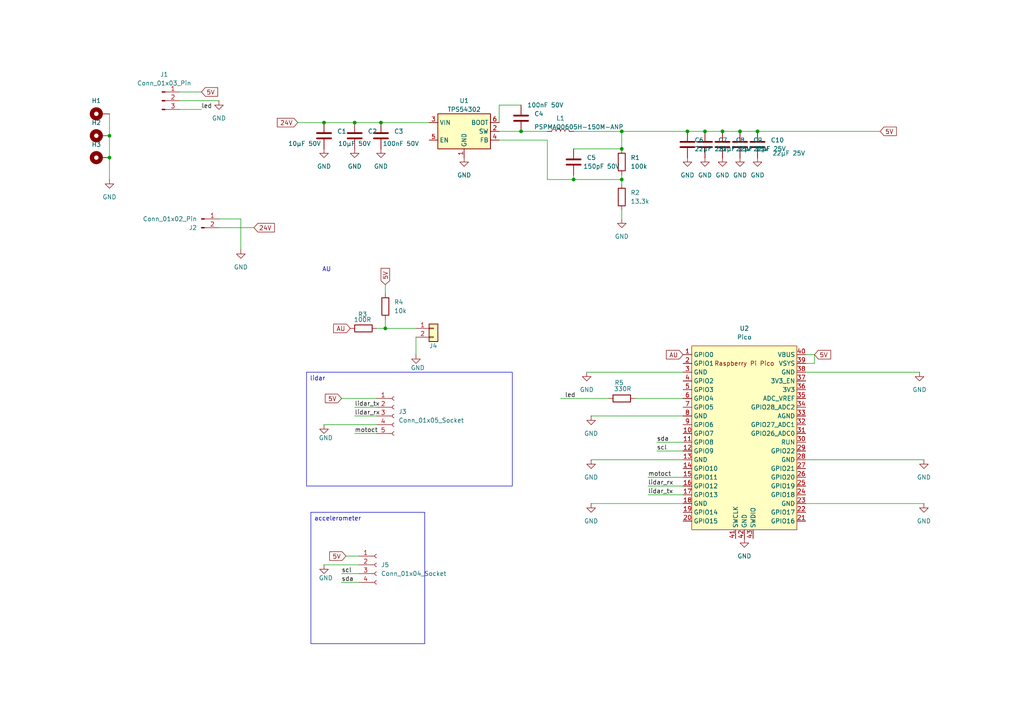
<source format=kicad_sch>
(kicad_sch (version 20231120) (generator "eeschema") (generator_version "8.0")
  (paper "A4")
  (lib_symbols
    (symbol "Connector:Conn_01x02_Pin" (pin_names (offset 1.016) hide)
      (property "Reference" "J" (at 0 2.54 0))
      (property "Value" "Conn_01x02_Pin" (at 0 -5.08 0))
      (symbol "Conn_01x02_Pin_1_1"
        (polyline (pts (xy 1.27 -2.54) (xy 0.8636 -2.54)) (stroke (width 0.1524)))
        (polyline (pts (xy 1.27 0) (xy 0.8636 0)) (stroke (width 0.1524)))
        (rectangle (start 0.8636 -2.413) (end 0 -2.667) (stroke (width 0.1524)) (fill (type outline)))
        (rectangle (start 0.8636 0.127) (end 0 -0.127) (stroke (width 0.1524)) (fill (type outline)))
        (pin passive line (at 5.08 0 180) (length 3.81) (name "Pin_1") (number "1"))
        (pin passive line (at 5.08 -2.54 180) (length 3.81) (name "Pin_2") (number "2"))
      )
    )
    (symbol "Connector:Conn_01x03_Pin" (pin_names (offset 1.016) hide)
      (property "Reference" "J" (at 0 5.08 0))
      (property "Value" "Conn_01x03_Pin" (at 0 -5.08 0))
      (symbol "Conn_01x03_Pin_1_1"
        (polyline (pts (xy 1.27 -2.54) (xy 0.8636 -2.54)) (stroke (width 0.1524)))
        (polyline (pts (xy 1.27 0) (xy 0.8636 0)) (stroke (width 0.1524)))
        (polyline (pts (xy 1.27 2.54) (xy 0.8636 2.54)) (stroke (width 0.1524)))
        (rectangle (start 0.8636 -2.413) (end 0 -2.667) (stroke (width 0.1524)) (fill (type outline)))
        (rectangle (start 0.8636 0.127) (end 0 -0.127) (stroke (width 0.1524)) (fill (type outline)))
        (rectangle (start 0.8636 2.667) (end 0 2.413) (stroke (width 0.1524)) (fill (type outline)))
        (pin passive line (at 5.08 2.54 180) (length 3.81) (name "Pin_1") (number "1"))
        (pin passive line (at 5.08 0 180) (length 3.81) (name "Pin_2") (number "2"))
        (pin passive line (at 5.08 -2.54 180) (length 3.81) (name "Pin_3") (number "3"))
      )
    )
    (symbol "Connector:Conn_01x04_Socket" (pin_names (offset 1.016) hide)
      (property "Reference" "J" (at 0 5.08 0))
      (property "Value" "Conn_01x04_Socket" (at 0 -7.62 0))
      (symbol "Conn_01x04_Socket_1_1"
        (arc (start 0 -4.572) (mid -0.5058 -5.08) (end 0 -5.588) (stroke (width 0.1524)))
        (arc (start 0 -2.032) (mid -0.5058 -2.54) (end 0 -3.048) (stroke (width 0.1524)))
        (polyline (pts (xy -1.27 -5.08) (xy -0.508 -5.08)) (stroke (width 0.1524)))
        (polyline (pts (xy -1.27 -2.54) (xy -0.508 -2.54)) (stroke (width 0.1524)))
        (polyline (pts (xy -1.27 0) (xy -0.508 0)) (stroke (width 0.1524)))
        (polyline (pts (xy -1.27 2.54) (xy -0.508 2.54)) (stroke (width 0.1524)))
        (arc (start 0 0.508) (mid -0.5058 0) (end 0 -0.508) (stroke (width 0.1524)))
        (arc (start 0 3.048) (mid -0.5058 2.54) (end 0 2.032) (stroke (width 0.1524)))
        (pin passive line (at -5.08 2.54 0) (length 3.81) (name "Pin_1") (number "1"))
        (pin passive line (at -5.08 0 0) (length 3.81) (name "Pin_2") (number "2"))
        (pin passive line (at -5.08 -2.54 0) (length 3.81) (name "Pin_3") (number "3"))
        (pin passive line (at -5.08 -5.08 0) (length 3.81) (name "Pin_4") (number "4"))
      )
    )
    (symbol "Connector:Conn_01x05_Socket" (pin_names (offset 1.016) hide)
      (property "Reference" "J" (at 0 7.62 0))
      (property "Value" "Conn_01x05_Socket" (at 0 -7.62 0))
      (symbol "Conn_01x05_Socket_1_1"
        (arc (start 0 -4.572) (mid -0.5058 -5.08) (end 0 -5.588) (stroke (width 0.1524)))
        (arc (start 0 -2.032) (mid -0.5058 -2.54) (end 0 -3.048) (stroke (width 0.1524)))
        (polyline (pts (xy -1.27 -5.08) (xy -0.508 -5.08)) (stroke (width 0.1524)))
        (polyline (pts (xy -1.27 -2.54) (xy -0.508 -2.54)) (stroke (width 0.1524)))
        (polyline (pts (xy -1.27 0) (xy -0.508 0)) (stroke (width 0.1524)))
        (polyline (pts (xy -1.27 2.54) (xy -0.508 2.54)) (stroke (width 0.1524)))
        (polyline (pts (xy -1.27 5.08) (xy -0.508 5.08)) (stroke (width 0.1524)))
        (arc (start 0 0.508) (mid -0.5058 0) (end 0 -0.508) (stroke (width 0.1524)))
        (arc (start 0 3.048) (mid -0.5058 2.54) (end 0 2.032) (stroke (width 0.1524)))
        (arc (start 0 5.588) (mid -0.5058 5.08) (end 0 4.572) (stroke (width 0.1524)))
        (pin passive line (at -5.08 5.08 0) (length 3.81) (name "Pin_1") (number "1"))
        (pin passive line (at -5.08 2.54 0) (length 3.81) (name "Pin_2") (number "2"))
        (pin passive line (at -5.08 0 0) (length 3.81) (name "Pin_3") (number "3"))
        (pin passive line (at -5.08 -2.54 0) (length 3.81) (name "Pin_4") (number "4"))
        (pin passive line (at -5.08 -5.08 0) (length 3.81) (name "Pin_5") (number "5"))
      )
    )
    (symbol "Connector_Generic:Conn_01x02" (pin_names (offset 1.016) hide)
      (property "Reference" "J" (at 0 2.54 0))
      (property "Value" "Conn_01x02" (at 0 -5.08 0))
      (symbol "Conn_01x02_1_1"
        (rectangle (start -1.27 -2.413) (end 0 -2.667) (stroke (width 0.1524)))
        (rectangle (start -1.27 0.127) (end 0 -0.127) (stroke (width 0.1524)))
        (rectangle (start -1.27 1.27) (end 1.27 -3.81) (stroke (width 0.254)) (fill (type background)))
        (pin passive line (at -5.08 0 0) (length 3.81) (name "Pin_1") (number "1"))
        (pin passive line (at -5.08 -2.54 0) (length 3.81) (name "Pin_2") (number "2"))
      )
    )
    (symbol "Device:C" (pin_numbers hide) (pin_names (offset 0.254))
      (property "Reference" "C" (at 0.635 2.54 0))
      (property "Value" "C" (at 0.635 -2.54 0))
      (symbol "C_0_1"
        (polyline (pts (xy -2.032 -0.762) (xy 2.032 -0.762)) (stroke (width 0.508)))
        (polyline (pts (xy -2.032 0.762) (xy 2.032 0.762)) (stroke (width 0.508)))
      )
      (symbol "C_1_1"
        (pin passive line (at 0 3.81 270) (length 2.794) (name "~") (number "1"))
        (pin passive line (at 0 -3.81 90) (length 2.794) (name "~") (number "2"))
      )
    )
    (symbol "Device:L" (pin_numbers hide) (pin_names (offset 1.016) hide)
      (property "Reference" "L" (at -1.27 0 90))
      (property "Value" "L" (at 1.905 0 90))
      (symbol "L_0_1"
        (arc (start 0 -2.54) (mid 0.6323 -1.905) (end 0 -1.27))
        (arc (start 0 -1.27) (mid 0.6323 -0.635) (end 0 0))
        (arc (start 0 0) (mid 0.6323 0.635) (end 0 1.27))
        (arc (start 0 1.27) (mid 0.6323 1.905) (end 0 2.54))
      )
      (symbol "L_1_1"
        (pin passive line (at 0 3.81 270) (length 1.27) (name "1") (number "1"))
        (pin passive line (at 0 -3.81 90) (length 1.27) (name "2") (number "2"))
      )
    )
    (symbol "Device:R" (pin_numbers hide) (pin_names (offset 0))
      (property "Reference" "R" (at 2.032 0 90))
      (property "Value" "R" (at 0 0 90))
      (symbol "R_0_1"
        (rectangle (start -1.016 -2.54) (end 1.016 2.54) (stroke (width 0.254)))
      )
      (symbol "R_1_1"
        (pin passive line (at 0 3.81 270) (length 1.27) (name "~") (number "1"))
        (pin passive line (at 0 -3.81 90) (length 1.27) (name "~") (number "2"))
      )
    )
    (symbol "MCU_RaspberryPi_and_Boards:Pico"
      (property "Reference" "U" (at -13.97 27.94 0))
      (property "Value" "Pico" (at 0 19.05 0))
      (symbol "Pico_0_0"
        (text "Raspberry Pi Pico" (at 0 21.59 0) (effects (font (size 1.27 1.27))))
      )
      (symbol "Pico_0_1"
        (rectangle (start -15.24 26.67) (end 15.24 -26.67) (fill (type background)))
      )
      (symbol "Pico_1_1"
        (pin bidirectional line (at -17.78 24.13 0) (length 2.54) (name "GPIO0") (number "1"))
        (pin bidirectional line (at -17.78 1.27 0) (length 2.54) (name "GPIO7") (number "10"))
        (pin bidirectional line (at -17.78 -1.27 0) (length 2.54) (name "GPIO8") (number "11"))
        (pin bidirectional line (at -17.78 -3.81 0) (length 2.54) (name "GPIO9") (number "12"))
        (pin power_in line (at -17.78 -6.35 0) (length 2.54) (name "GND") (number "13"))
        (pin bidirectional line (at -17.78 -8.89 0) (length 2.54) (name "GPIO10") (number "14"))
        (pin bidirectional line (at -17.78 -11.43 0) (length 2.54) (name "GPIO11") (number "15"))
        (pin bidirectional line (at -17.78 -13.97 0) (length 2.54) (name "GPIO12") (number "16"))
        (pin bidirectional line (at -17.78 -16.51 0) (length 2.54) (name "GPIO13") (number "17"))
        (pin power_in line (at -17.78 -19.05 0) (length 2.54) (name "GND") (number "18"))
        (pin bidirectional line (at -17.78 -21.59 0) (length 2.54) (name "GPIO14") (number "19"))
        (pin bidirectional line (at -17.78 21.59 0) (length 2.54) (name "GPIO1") (number "2"))
        (pin bidirectional line (at -17.78 -24.13 0) (length 2.54) (name "GPIO15") (number "20"))
        (pin bidirectional line (at 17.78 -24.13 180) (length 2.54) (name "GPIO16") (number "21"))
        (pin bidirectional line (at 17.78 -21.59 180) (length 2.54) (name "GPIO17") (number "22"))
        (pin power_in line (at 17.78 -19.05 180) (length 2.54) (name "GND") (number "23"))
        (pin bidirectional line (at 17.78 -16.51 180) (length 2.54) (name "GPIO18") (number "24"))
        (pin bidirectional line (at 17.78 -13.97 180) (length 2.54) (name "GPIO19") (number "25"))
        (pin bidirectional line (at 17.78 -11.43 180) (length 2.54) (name "GPIO20") (number "26"))
        (pin bidirectional line (at 17.78 -8.89 180) (length 2.54) (name "GPIO21") (number "27"))
        (pin power_in line (at 17.78 -6.35 180) (length 2.54) (name "GND") (number "28"))
        (pin bidirectional line (at 17.78 -3.81 180) (length 2.54) (name "GPIO22") (number "29"))
        (pin power_in line (at -17.78 19.05 0) (length 2.54) (name "GND") (number "3"))
        (pin input line (at 17.78 -1.27 180) (length 2.54) (name "RUN") (number "30"))
        (pin bidirectional line (at 17.78 1.27 180) (length 2.54) (name "GPIO26_ADC0") (number "31"))
        (pin bidirectional line (at 17.78 3.81 180) (length 2.54) (name "GPIO27_ADC1") (number "32"))
        (pin power_in line (at 17.78 6.35 180) (length 2.54) (name "AGND") (number "33"))
        (pin bidirectional line (at 17.78 8.89 180) (length 2.54) (name "GPIO28_ADC2") (number "34"))
        (pin power_in line (at 17.78 11.43 180) (length 2.54) (name "ADC_VREF") (number "35"))
        (pin power_in line (at 17.78 13.97 180) (length 2.54) (name "3V3") (number "36"))
        (pin input line (at 17.78 16.51 180) (length 2.54) (name "3V3_EN") (number "37"))
        (pin bidirectional line (at 17.78 19.05 180) (length 2.54) (name "GND") (number "38"))
        (pin power_in line (at 17.78 21.59 180) (length 2.54) (name "VSYS") (number "39"))
        (pin bidirectional line (at -17.78 16.51 0) (length 2.54) (name "GPIO2") (number "4"))
        (pin power_in line (at 17.78 24.13 180) (length 2.54) (name "VBUS") (number "40"))
        (pin input line (at -2.54 -29.21 90) (length 2.54) (name "SWCLK") (number "41"))
        (pin power_in line (at 0 -29.21 90) (length 2.54) (name "GND") (number "42"))
        (pin bidirectional line (at 2.54 -29.21 90) (length 2.54) (name "SWDIO") (number "43"))
        (pin bidirectional line (at -17.78 13.97 0) (length 2.54) (name "GPIO3") (number "5"))
        (pin bidirectional line (at -17.78 11.43 0) (length 2.54) (name "GPIO4") (number "6"))
        (pin bidirectional line (at -17.78 8.89 0) (length 2.54) (name "GPIO5") (number "7"))
        (pin power_in line (at -17.78 6.35 0) (length 2.54) (name "GND") (number "8"))
        (pin bidirectional line (at -17.78 3.81 0) (length 2.54) (name "GPIO6") (number "9"))
      )
    )
    (symbol "Mechanical:MountingHole_Pad" (pin_numbers hide) (pin_names (offset 1.016) hide) (exclude_from_sim yes) (in_bom no)
      (property "Reference" "H" (at 0 6.35 0))
      (property "Value" "MountingHole_Pad" (at 0 4.445 0))
      (symbol "MountingHole_Pad_0_1"
        (circle (center 0 1.27) (radius 1.27) (stroke (width 1.27)))
      )
      (symbol "MountingHole_Pad_1_1"
        (pin input line (at 0 -2.54 90) (length 2.54) (name "1") (number "1"))
      )
    )
    (symbol "Regulator_Switching:TPS54302"
      (property "Reference" "U" (at -7.62 6.35 0))
      (property "Value" "TPS54302" (at 0 6.35 0))
      (symbol "TPS54302_0_1"
        (rectangle (start -7.62 5.08) (end 7.62 -5.08) (stroke (width 0.254)) (fill (type background)))
      )
      (symbol "TPS54302_1_1"
        (pin power_in line (at 0 -7.62 90) (length 2.54) (name "GND") (number "1"))
        (pin power_out line (at 10.16 0 180) (length 2.54) (name "SW") (number "2"))
        (pin power_in line (at -10.16 2.54 0) (length 2.54) (name "VIN") (number "3"))
        (pin input line (at 10.16 -2.54 180) (length 2.54) (name "FB") (number "4"))
        (pin input line (at -10.16 -2.54 0) (length 2.54) (name "EN") (number "5"))
        (pin passive line (at 10.16 2.54 180) (length 2.54) (name "BOOT") (number "6"))
      )
    )
    (symbol "power:GND" (power) (pin_numbers hide) (pin_names (offset 0) hide)
      (property "Value" "GND" (at 0 -3.81 0))
      (symbol "GND_0_1"
        (polyline (pts (xy 0 0) (xy 0 -1.27) (xy 1.27 -1.27) (xy 0 -2.54) (xy -1.27 -1.27) (xy 0 -1.27)))
      )
      (symbol "GND_1_1"
        (pin power_in line (at 0 0 270) (length 0) (name "~") (number "1"))
      )
    )
  )
  (junction (at 209.55 38.1))
  (junction (at 102.87 35.56))
  (junction (at 166.37 52.07))
  (junction (at 93.98 35.56))
  (junction (at 111.76 95.25))
  (junction (at 31.75 45.72))
  (junction (at 199.39 38.1))
  (junction (at 219.71 38.1))
  (junction (at 180.34 43.18))
  (junction (at 31.75 39.37))
  (junction (at 180.34 52.07))
  (junction (at 204.47 38.1))
  (junction (at 110.49 35.56))
  (junction (at 180.34 38.1))
  (junction (at 151.13 38.1))
  (junction (at 214.63 38.1))
  (wire (pts (xy 267.97 146.05) (xy 233.68 146.05)))
  (wire (pts (xy 111.76 92.71) (xy 111.76 95.25)))
  (wire (pts (xy 184.15 115.57) (xy 198.12 115.57)))
  (wire (pts (xy 209.55 38.1) (xy 214.63 38.1)))
  (wire (pts (xy 187.96 138.43) (xy 198.12 138.43)))
  (wire (pts (xy 99.06 168.91) (xy 104.14 168.91)))
  (wire (pts (xy 236.22 102.87) (xy 236.22 105.41)))
  (wire (pts (xy 190.5 128.27) (xy 198.12 128.27)))
  (wire (pts (xy 102.87 118.11) (xy 109.22 118.11)))
  (wire (pts (xy 180.34 63.5) (xy 180.34 60.96)))
  (wire (pts (xy 102.87 120.65) (xy 109.22 120.65)))
  (wire (pts (xy 144.78 30.48) (xy 151.13 30.48)))
  (wire (pts (xy 144.78 38.1) (xy 151.13 38.1)))
  (wire (pts (xy 267.97 133.35) (xy 233.68 133.35)))
  (wire (pts (xy 214.63 38.1) (xy 219.71 38.1)))
  (wire (pts (xy 102.87 125.73) (xy 109.22 125.73)))
  (wire (pts (xy 219.71 38.1) (xy 255.27 38.1)))
  (wire (pts (xy 111.76 82.55) (xy 111.76 85.09)))
  (wire (pts (xy 171.45 120.65) (xy 198.12 120.65)))
  (wire (pts (xy 171.45 133.35) (xy 198.12 133.35)))
  (wire (pts (xy 171.45 146.05) (xy 198.12 146.05)))
  (wire (pts (xy 86.36 35.56) (xy 93.98 35.56)))
  (wire (pts (xy 93.98 163.83) (xy 104.14 163.83)))
  (wire (pts (xy 266.7 107.95) (xy 233.68 107.95)))
  (wire (pts (xy 180.34 52.07) (xy 180.34 50.8)))
  (wire (pts (xy 99.06 115.57) (xy 109.22 115.57)))
  (wire (pts (xy 52.07 29.21) (xy 63.5 29.21)))
  (wire (pts (xy 180.34 38.1) (xy 199.39 38.1)))
  (wire (pts (xy 151.13 38.1) (xy 158.75 38.1)))
  (wire (pts (xy 166.37 38.1) (xy 180.34 38.1)))
  (wire (pts (xy 93.98 35.56) (xy 102.87 35.56)))
  (wire (pts (xy 199.39 38.1) (xy 204.47 38.1)))
  (wire (pts (xy 166.37 52.07) (xy 180.34 52.07)))
  (wire (pts (xy 110.49 35.56) (xy 124.46 35.56)))
  (wire (pts (xy 187.96 143.51) (xy 198.12 143.51)))
  (wire (pts (xy 198.12 140.97) (xy 187.96 140.97)))
  (wire (pts (xy 111.76 95.25) (xy 109.22 95.25)))
  (wire (pts (xy 166.37 52.07) (xy 158.75 52.07)))
  (wire (pts (xy 102.87 35.56) (xy 110.49 35.56)))
  (wire (pts (xy 111.76 95.25) (xy 120.65 95.25)))
  (wire (pts (xy 180.34 38.1) (xy 180.34 43.18)))
  (wire (pts (xy 204.47 38.1) (xy 209.55 38.1)))
  (wire (pts (xy 166.37 43.18) (xy 180.34 43.18)))
  (wire (pts (xy 73.66 66.04) (xy 63.5 66.04)))
  (wire (pts (xy 52.07 31.75) (xy 58.42 31.75)))
  (wire (pts (xy 31.75 33.02) (xy 31.75 39.37)))
  (wire (pts (xy 166.37 50.8) (xy 166.37 52.07)))
  (wire (pts (xy 233.68 102.87) (xy 236.22 102.87)))
  (wire (pts (xy 52.07 26.67) (xy 58.42 26.67)))
  (wire (pts (xy 100.33 161.29) (xy 104.14 161.29)))
  (wire (pts (xy 162.56 115.57) (xy 176.53 115.57)))
  (wire (pts (xy 180.34 52.07) (xy 180.34 53.34)))
  (wire (pts (xy 31.75 39.37) (xy 31.75 45.72)))
  (wire (pts (xy 120.65 97.79) (xy 120.65 102.87)))
  (wire (pts (xy 31.75 45.72) (xy 31.75 52.07)))
  (wire (pts (xy 190.5 130.81) (xy 198.12 130.81)))
  (wire (pts (xy 158.75 40.64) (xy 158.75 52.07)))
  (wire (pts (xy 69.85 63.5) (xy 63.5 63.5)))
  (wire (pts (xy 99.06 166.37) (xy 104.14 166.37)))
  (wire (pts (xy 93.98 123.19) (xy 109.22 123.19)))
  (wire (pts (xy 144.78 35.56) (xy 144.78 30.48)))
  (wire (pts (xy 69.85 72.39) (xy 69.85 63.5)))
  (wire (pts (xy 170.18 107.95) (xy 198.12 107.95)))
  (wire (pts (xy 236.22 105.41) (xy 233.68 105.41)))
  (wire (pts (xy 158.75 40.64) (xy 144.78 40.64)))
  (text_box "accelerometer" (at 90.17 148.59 0) (size 33.02 38.1) (effects (font (size 1.27 1.27)) (justify left top)))
  (text_box "lidar\n" (at 88.9 107.95 0) (size 59.69 33.02) (effects (font (size 1.27 1.27)) (justify left top)))
  (text "AU" (at 94.742 78.232 0) (effects (font (size 1.27 1.27))))
  (label "sda" (at 190.5 128.27 0))
  (label "lidar_rx" (at 187.96 140.97 0))
  (label "scl" (at 99.06 166.37 0))
  (label "scl" (at 190.5 130.81 0))
  (label "led" (at 58.42 31.75 0))
  (label "lidar_tx" (at 187.96 143.51 0))
  (label "lidar_tx" (at 102.87 118.11 0))
  (label "lidar_rx" (at 102.87 120.65 0))
  (label "motoct" (at 102.87 125.73 0))
  (label "sda" (at 99.06 168.91 0))
  (label "motoct" (at 187.96 138.43 0))
  (label "led" (at 163.83 115.57 0))
  (global_label "AU" (shape input) (at 198.12 102.87 180) (property "Intersheetrefs" "${INTERSHEET_REFS}" (effects (hide yes))))
  (global_label "5V" (shape input) (at 58.42 26.67 0) (property "Intersheetrefs" "${INTERSHEET_REFS}" (effects (hide yes))))
  (global_label "5V" (shape input) (at 100.33 161.29 180) (property "Intersheetrefs" "${INTERSHEET_REFS}" (effects (hide yes))))
  (global_label "24V" (shape input) (at 86.36 35.56 180) (property "Intersheetrefs" "${INTERSHEET_REFS}" (effects (hide yes))))
  (global_label "24V" (shape input) (at 73.66 66.04 0) (property "Intersheetrefs" "${INTERSHEET_REFS}" (effects (hide yes))))
  (global_label "5V" (shape input) (at 99.06 115.57 180) (property "Intersheetrefs" "${INTERSHEET_REFS}" (effects (hide yes))))
  (global_label "5V" (shape input) (at 255.27 38.1 0) (property "Intersheetrefs" "${INTERSHEET_REFS}" (effects (hide yes))))
  (global_label "5V" (shape input) (at 111.76 82.55 90) (property "Intersheetrefs" "${INTERSHEET_REFS}" (effects (hide yes))))
  (global_label "5V" (shape input) (at 236.22 102.87 0) (property "Intersheetrefs" "${INTERSHEET_REFS}" (effects (hide yes))))
  (global_label "AU" (shape input) (at 101.6 95.25 180) (property "Intersheetrefs" "${INTERSHEET_REFS}" (effects (hide yes))))
  (symbol (lib_id "power:GND") (at 199.39 45.72 0) (unit 1)
    (property "Reference" "#PWR07" (effects (hide yes)))
    (property "Value" "GND" (at 199.39 50.8 0))
  )
  (symbol (lib_id "power:GND") (at 209.55 45.72 0) (unit 1)
    (property "Reference" "#PWR09" (effects (hide yes)))
    (property "Value" "GND" (at 209.55 50.8 0))
  )
  (symbol (lib_id "Connector_Generic:Conn_01x02") (at 125.73 95.25 0) (unit 1) (in_bom no)
    (property "Reference" "J4" (at 124.46 100.33 0) (effects (justify left)))
    (property "Value" "Conn_01x02" (effects (hide yes)))
    (property "Footprint" "7Robot_Conn:JST_XH_B2B-XH-A_1x02_P2.50mm_Vertical" (effects (hide yes)))
  )
  (symbol (lib_id "power:GND") (at 93.98 43.18 0) (unit 1)
    (property "Reference" "#PWR02" (effects (hide yes)))
    (property "Value" "GND" (at 93.98 48.26 0))
  )
  (symbol (lib_id "Connector:Conn_01x04_Socket") (at 109.22 163.83 0) (unit 1)
    (property "Reference" "J5" (at 110.49 163.8299 0) (effects (justify left)))
    (property "Value" "Conn_01x04_Socket" (at 110.49 166.3699 0) (effects (justify left)))
    (property "Footprint" "Connector_PinSocket_2.54mm:PinSocket_1x04_P2.54mm_Vertical" (effects (hide yes)))
    (property "Description" "Generic connector, single row, 01x04, script generated" (effects (hide yes)))
  )
  (symbol (lib_id "Device:C") (at 151.13 34.29 0) (unit 1)
    (property "Reference" "C4" (at 154.94 33.02 0) (effects (justify left)))
    (property "Value" "100nF 50V" (at 152.908 30.48 0) (effects (justify left)))
    (property "Footprint" "Capacitor_SMD:C_0402_1005Metric" (effects (hide yes)))
  )
  (symbol (lib_id "Mechanical:MountingHole_Pad") (at 29.21 45.72 90) (unit 1) (exclude_from_sim yes) (in_bom no)
    (property "Reference" "H3" (at 27.94 41.91 90))
    (property "Value" "MountingHole_Pad" (effects (hide yes)))
    (property "Footprint" "MountingHole:MountingHole_3.2mm_M3_DIN965_Pad_TopBottom" (effects (hide yes)))
    (property "Description" "Mounting Hole with connection" (effects (hide yes)))
  )
  (symbol (lib_id "power:GND") (at 63.5 29.21 0) (unit 1)
    (property "Reference" "#PWR023" (effects (hide yes)))
    (property "Value" "GND" (at 63.5 34.29 0))
    (property "Description" "Power symbol creates a global label with name \"GND\" , ground" (effects (hide yes)))
  )
  (symbol (lib_id "Connector:Conn_01x03_Pin") (at 46.99 29.21 0) (unit 1)
    (property "Reference" "J1" (at 47.625 21.59 0))
    (property "Value" "Conn_01x03_Pin" (at 47.625 24.13 0))
    (property "Footprint" "7Robot_Conn:JST_XH_B3B-XH-A_1x03_P2.50mm_Vertical" (effects (hide yes)))
    (property "Description" "Generic connector, single row, 01x03, script generated" (effects (hide yes)))
  )
  (symbol (lib_id "power:GND") (at 134.62 45.72 0) (unit 1)
    (property "Reference" "#PWR05" (effects (hide yes)))
    (property "Value" "GND" (at 134.62 50.8 0))
  )
  (symbol (lib_id "Device:C") (at 199.39 41.91 0) (unit 1)
    (property "Reference" "C6" (at 201.422 40.64 0) (effects (justify left)))
    (property "Value" "22µF 25V" (at 201.422 43.18 0) (effects (justify left)))
    (property "Footprint" "Capacitor_SMD:C_0805_2012Metric" (effects (hide yes)))
  )
  (symbol (lib_id "Device:C") (at 102.87 39.37 0) (unit 1)
    (property "Reference" "C2" (at 106.68 38.1 0) (effects (justify left)))
    (property "Value" "10µF 50V" (at 98.044 41.656 0) (effects (justify left)))
    (property "Footprint" "Capacitor_SMD:C_1206_3216Metric" (effects (hide yes)))
  )
  (symbol (lib_id "power:GND") (at 93.98 163.83 0) (unit 1)
    (property "Reference" "#PWR022" (effects (hide yes)))
    (property "Value" "GND" (at 94.488 167.64 0))
  )
  (symbol (lib_id "Device:C") (at 93.98 39.37 0) (unit 1)
    (property "Reference" "C1" (at 97.79 38.1 0) (effects (justify left)))
    (property "Value" "10µF 50V" (at 83.566 41.656 0) (effects (justify left)))
    (property "Footprint" "Capacitor_SMD:C_1206_3216Metric" (effects (hide yes)))
  )
  (symbol (lib_id "power:GND") (at 180.34 63.5 0) (unit 1)
    (property "Reference" "#PWR06" (effects (hide yes)))
    (property "Value" "GND" (at 180.34 68.58 0))
  )
  (symbol (lib_id "Device:R") (at 180.34 46.99 0) (unit 1)
    (property "Reference" "R1" (at 182.88 45.7199 0) (effects (justify left)))
    (property "Value" "100k" (at 182.88 48.2599 0) (effects (justify left)))
    (property "Footprint" "Resistor_SMD:R_0603_1608Metric" (effects (hide yes)))
  )
  (symbol (lib_id "Device:C") (at 110.49 39.37 0) (unit 1)
    (property "Reference" "C3" (at 114.3 38.1 0) (effects (justify left)))
    (property "Value" "100nF 50V" (at 110.998 41.656 0) (effects (justify left)))
    (property "Footprint" "Capacitor_SMD:C_0805_2012Metric" (effects (hide yes)))
  )
  (symbol (lib_id "Connector:Conn_01x05_Socket") (at 114.3 120.65 0) (unit 1)
    (property "Reference" "J3" (at 115.57 119.3799 0) (effects (justify left)))
    (property "Value" "Conn_01x05_Socket" (at 115.57 121.9199 0) (effects (justify left)))
    (property "Footprint" "Connector_JST:JST_XH_B5B-XH-A_1x05_P2.50mm_Vertical" (effects (hide yes)))
    (property "Description" "Generic connector, single row, 01x05, script generated" (effects (hide yes)))
  )
  (symbol (lib_id "Regulator_Switching:TPS54302") (at 134.62 38.1 0) (unit 1)
    (property "Reference" "U1" (at 134.62 29.21 0))
    (property "Value" "TPS54302" (at 134.62 31.75 0))
    (property "Footprint" "Package_TO_SOT_SMD:SOT-23-6" (effects (hide yes)))
    (property "Datasheet" "http://www.ti.com/lit/ds/symlink/tps54302.pdf" (effects (hide yes)))
  )
  (symbol (lib_id "power:GND") (at 171.45 146.05 0) (unit 1)
    (property "Reference" "#PWR017" (effects (hide yes)))
    (property "Value" "GND" (at 171.45 151.13 0))
  )
  (symbol (lib_id "power:GND") (at 102.87 43.18 0) (unit 1)
    (property "Reference" "#PWR03" (effects (hide yes)))
    (property "Value" "GND" (at 102.87 48.26 0))
  )
  (symbol (lib_id "Device:L") (at 162.56 38.1 90) (unit 1)
    (property "Reference" "L1" (at 162.56 34.29 90))
    (property "Value" "PSPMAQ0605H-150M-ANP" (at 167.894 36.83 90))
    (property "Footprint" "7Robot_lib:Prod_Tech_7.1x6.6mm" (effects (hide yes)))
  )
  (symbol (lib_id "power:GND") (at 171.45 133.35 0) (unit 1)
    (property "Reference" "#PWR018" (effects (hide yes)))
    (property "Value" "GND" (at 171.45 138.43 0))
  )
  (symbol (lib_id "Device:C") (at 166.37 46.99 0) (unit 1)
    (property "Reference" "C5" (at 170.18 45.7199 0) (effects (justify left)))
    (property "Value" "150pF 50V" (at 169.164 48.26 0) (effects (justify left)))
    (property "Footprint" "Capacitor_SMD:C_1206_3216Metric" (effects (hide yes)))
  )
  (symbol (lib_id "power:GND") (at 204.47 45.72 0) (unit 1)
    (property "Reference" "#PWR08" (effects (hide yes)))
    (property "Value" "GND" (at 204.47 50.8 0))
  )
  (symbol (lib_id "power:GND") (at 171.45 120.65 0) (unit 1)
    (property "Reference" "#PWR019" (effects (hide yes)))
    (property "Value" "GND" (at 171.45 125.73 0))
  )
  (symbol (lib_id "power:GND") (at 219.71 45.72 0) (unit 1)
    (property "Reference" "#PWR011" (effects (hide yes)))
    (property "Value" "GND" (at 219.71 50.8 0))
  )
  (symbol (lib_id "Device:C") (at 204.47 41.91 0) (unit 1)
    (property "Reference" "C7" (at 208.28 40.64 0) (effects (justify left)))
    (property "Value" "22µF 25V" (at 208.28 43.18 0) (effects (justify left)))
    (property "Footprint" "Capacitor_SMD:C_0805_2012Metric" (effects (hide yes)))
  )
  (symbol (lib_id "power:GND") (at 215.9 156.21 0) (unit 1)
    (property "Reference" "#PWR021" (effects (hide yes)))
    (property "Value" "GND" (at 215.9 161.29 0))
  )
  (symbol (lib_id "power:GND") (at 267.97 146.05 0) (unit 1)
    (property "Reference" "#PWR016" (effects (hide yes)))
    (property "Value" "GND" (at 267.97 151.13 0))
  )
  (symbol (lib_id "Device:R") (at 180.34 57.15 0) (unit 1)
    (property "Reference" "R2" (at 182.88 55.8799 0) (effects (justify left)))
    (property "Value" "13.3k" (at 182.88 58.4199 0) (effects (justify left)))
    (property "Footprint" "Resistor_SMD:R_0603_1608Metric" (effects (hide yes)))
  )
  (symbol (lib_id "MCU_RaspberryPi_and_Boards:Pico") (at 215.9 127 0) (unit 1)
    (property "Reference" "U2" (at 215.9 95.25 0))
    (property "Value" "Pico" (at 215.9 97.79 0))
    (property "Footprint" "MCU_RaspberryPi_and_Boards:RPi_Pico_SMD_TH" (effects (hide yes)))
  )
  (symbol (lib_id "Device:C") (at 214.63 41.91 0) (unit 1)
    (property "Reference" "C9" (at 218.44 40.64 0) (effects (justify left)))
    (property "Value" "22µF 25V" (at 218.44 43.18 0) (effects (justify left)))
    (property "Footprint" "Capacitor_SMD:C_0805_2012Metric" (effects (hide yes)))
  )
  (symbol (lib_id "power:GND") (at 110.49 43.18 0) (unit 1)
    (property "Reference" "#PWR04" (effects (hide yes)))
    (property "Value" "GND" (at 110.49 48.26 0))
  )
  (symbol (lib_id "power:GND") (at 120.65 102.87 0) (unit 1)
    (property "Reference" "#PWR012" (effects (hide yes)))
    (property "Value" "GND" (at 121.158 106.68 0))
  )
  (symbol (lib_id "power:GND") (at 214.63 45.72 0) (unit 1)
    (property "Reference" "#PWR010" (effects (hide yes)))
    (property "Value" "GND" (at 214.63 50.8 0))
  )
  (symbol (lib_id "Device:R") (at 111.76 88.9 0) (unit 1)
    (property "Reference" "R4" (at 114.3 87.6299 0) (effects (justify left)))
    (property "Value" "10k" (at 114.3 90.1699 0) (effects (justify left)))
    (property "Footprint" "Capacitor_SMD:C_0402_1005Metric" (effects (hide yes)))
    (property "Description" "Resistor" (effects (hide yes)))
  )
  (symbol (lib_id "power:GND") (at 267.97 133.35 0) (unit 1)
    (property "Reference" "#PWR015" (effects (hide yes)))
    (property "Value" "GND" (at 267.97 138.43 0))
  )
  (symbol (lib_id "Mechanical:MountingHole_Pad") (at 29.21 39.37 90) (unit 1) (exclude_from_sim yes) (in_bom no)
    (property "Reference" "H2" (at 27.94 35.56 90))
    (property "Value" "MountingHole_Pad" (effects (hide yes)))
    (property "Footprint" "MountingHole:MountingHole_3.2mm_M3_DIN965_Pad_TopBottom" (effects (hide yes)))
    (property "Description" "Mounting Hole with connection" (effects (hide yes)))
  )
  (symbol (lib_id "Device:C") (at 219.71 41.91 0) (unit 1)
    (property "Reference" "C10" (at 223.52 40.64 0) (effects (justify left)))
    (property "Value" "22µF 25V" (at 224.028 44.45 0) (effects (justify left)))
    (property "Footprint" "Capacitor_SMD:C_0805_2012Metric" (effects (hide yes)))
  )
  (symbol (lib_id "Device:C") (at 209.55 41.91 0) (unit 1)
    (property "Reference" "C8" (at 213.36 40.64 0) (effects (justify left)))
    (property "Value" "22µF 25V" (at 213.36 43.18 0) (effects (justify left)))
    (property "Footprint" "Capacitor_SMD:C_0805_2012Metric" (effects (hide yes)))
  )
  (symbol (lib_id "power:GND") (at 31.75 52.07 0) (unit 1)
    (property "Reference" "#PWR01" (effects (hide yes)))
    (property "Value" "GND" (at 31.75 57.15 0))
    (property "Description" "Power symbol creates a global label with name \"GND\" , ground" (effects (hide yes)))
  )
  (symbol (lib_id "power:GND") (at 170.18 107.95 0) (unit 1)
    (property "Reference" "#PWR020" (effects (hide yes)))
    (property "Value" "GND" (at 170.18 113.03 0))
  )
  (symbol (lib_id "power:GND") (at 266.7 107.95 0) (unit 1)
    (property "Reference" "#PWR014" (effects (hide yes)))
    (property "Value" "GND" (at 266.7 113.03 0))
  )
  (symbol (lib_id "power:GND") (at 69.85 72.39 0) (unit 1)
    (property "Reference" "#PWR013" (effects (hide yes)))
    (property "Value" "GND" (at 69.85 77.47 0))
    (property "Description" "Power symbol creates a global label with name \"GND\" , ground" (effects (hide yes)))
  )
  (symbol (lib_id "Connector:Conn_01x02_Pin") (at 58.42 63.5 0) (unit 1) (in_bom no)
    (property "Reference" "J2" (at 57.15 66.0401 0) (effects (justify right)))
    (property "Value" "Conn_01x02_Pin" (at 57.15 63.5001 0) (effects (justify right)))
    (property "Footprint" "Connector_AMASS:AMASS_XT30U-F_1x02_P5.0mm_Vertical" (effects (hide yes)))
    (property "Description" "Generic connector, single row, 01x02, script generated" (effects (hide yes)))
  )
  (symbol (lib_id "power:GND") (at 93.98 123.19 0) (unit 1)
    (property "Reference" "#PWR024" (effects (hide yes)))
    (property "Value" "GND" (at 94.488 127 0))
  )
  (symbol (lib_id "Device:R") (at 105.41 95.25 90) (unit 1)
    (property "Reference" "R3" (at 105.156 91.186 90))
    (property "Value" "100R" (at 105.156 92.71 90))
    (property "Footprint" "Capacitor_SMD:C_0402_1005Metric" (effects (hide yes)))
    (property "Description" "Resistor" (effects (hide yes)))
  )
  (symbol (lib_id "Device:R") (at 180.34 115.57 90) (unit 1)
    (property "Reference" "R5" (at 179.578 110.998 90))
    (property "Value" "330R" (at 180.594 112.776 90))
    (property "Footprint" "Resistor_SMD:R_0603_1608Metric" (effects (hide yes)))
  )
  (symbol (lib_id "Mechanical:MountingHole_Pad") (at 29.21 33.02 90) (unit 1) (exclude_from_sim yes) (in_bom no)
    (property "Reference" "H1" (at 27.94 29.21 90))
    (property "Value" "MountingHole_Pad" (effects (hide yes)))
    (property "Footprint" "MountingHole:MountingHole_3.2mm_M3_DIN965_Pad_TopBottom" (effects (hide yes)))
    (property "Description" "Mounting Hole with connection" (effects (hide yes)))
  )
)
</source>
